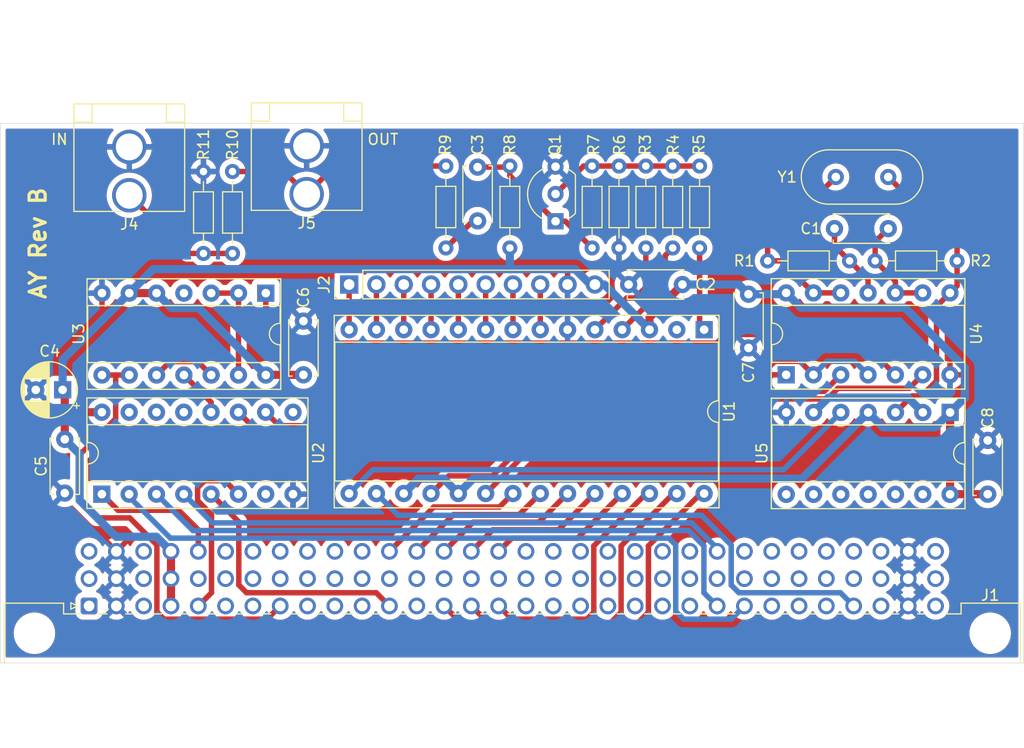
<source format=kicad_pcb>
(kicad_pcb (version 20211014) (generator pcbnew)
  (layers (0 "F.Cu" signal) (31 "B.Cu" signal) (34 "B.Paste" user) (35 "F.Paste" user) (36 "B.SilkS" user "B.Silkscreen") (37 "F.SilkS" user "F.Silkscreen") (38 "B.Mask" user) (39 "F.Mask" user) (44 "Edge.Cuts" user))
  (net 0 "")
  (net 1 "Net-(C1-Pad2)")
  (net 2 "Net-(C1-Pad1)")
  (net 3 "GND")
  (net 4 "VCC")
  (net 5 "Net-(C3-Pad2)")
  (net 6 "Net-(C3-Pad1)")
  (net 7 "Net-(J2-Pad8)")
  (net 8 "Net-(J2-Pad7)")
  (net 9 "Net-(J2-Pad6)")
  (net 10 "Net-(J2-Pad5)")
  (net 11 "Net-(J2-Pad4)")
  (net 12 "Net-(J2-Pad3)")
  (net 13 "Net-(J2-Pad2)")
  (net 14 "Net-(J2-Pad1)")
  (net 15 "Net-(Q1-Pad2)")
  (net 16 "Net-(R1-Pad2)")
  (net 17 "Net-(R2-Pad1)")
  (net 18 "Net-(R3-Pad2)")
  (net 19 "Net-(R4-Pad2)")
  (net 20 "Net-(R5-Pad2)")
  (net 21 "/D0")
  (net 22 "/D1")
  (net 23 "/D2")
  (net 24 "/D3")
  (net 25 "/D4")
  (net 26 "/D5")
  (net 27 "/D6")
  (net 28 "/D7")
  (net 29 "Net-(U1-Pad20)")
  (net 30 "Net-(U1-Pad18)")
  (net 31 "/NRST")
  (net 33 "Net-(U1-Pad15)")
  (net 37 "/BA15")
  (net 39 "/BA1")
  (net 40 "Net-(U2-Pad12)")
  (net 41 "/BNIORQ")
  (net 42 "Net-(U2-Pad11)")
  (net 43 "Net-(U2-Pad10)")
  (net 45 "/BA14")
  (net 46 "Net-(U3-Pad13)")
  (net 47 "Net-(U3-Pad10)")
  (net 49 "/BA5")
  (net 50 "Net-(U3-Pad1)")
  (net 52 "Net-(U5-Pad2)")
  (net 90 "/BNWR")
  (net 91 "/BNRD")
  (net 131 "Net-(R10-Pad1)")
  (net 132 "Net-(J5-Pad1)")
  (footprint "Capacitor_THT:C_Disc_D5.0mm_W2.5mm_P5.00mm" (layer "F.Cu") (at 142.6 103.4 180)
    (fp_text reference "C1")
    (fp_text value "0.1uF")
  )
  (footprint "Capacitor_THT:C_Disc_D5.0mm_W2.5mm_P5.00mm" (layer "F.Cu") (at 123.45 108.6 180)
    (fp_text reference "C2")
    (fp_text value "22nF")
  )
  (footprint "Capacitor_THT:C_Disc_D5.0mm_W2.5mm_P5.00mm" (layer "F.Cu") (at 104.4 102.68 90)
    (fp_text reference "C3")
    (fp_text value "0.1uF")
  )
  (footprint "Capacitor_THT:CP_Radial_D5.0mm_P2.50mm" (layer "F.Cu") (at 65.8 118.4 180)
    (fp_text reference "C4")
    (fp_text value "10uF")
  )
  (footprint "Capacitor_THT:C_Disc_D5.0mm_W2.5mm_P5.00mm" (layer "F.Cu") (at 66 123 -90)
    (fp_text reference "C5")
    (fp_text value "0.1uF")
  )
  (footprint "Capacitor_THT:C_Disc_D5.0mm_W2.5mm_P5.00mm" (layer "F.Cu") (at 88.2 117 90)
    (fp_text reference "C6")
    (fp_text value "0.1uF")
  )
  (footprint "Capacitor_THT:C_Disc_D5.0mm_W2.5mm_P5.00mm" (layer "F.Cu") (at 129.6 109.5 -90)
    (fp_text reference "C7")
    (fp_text value "0.1uF")
  )
  (footprint "DIN41612_C_3x32_Horizontal_THT:DIN41612_C_3x32_Female_Horizontal_THT" (layer "F.Cu") (at 147 138.5 180)
    (fp_text reference "J1")
    (fp_text value "C96ABC")
  )
  (footprint "Connector_PinHeader_2.54mm:PinHeader_1x10_P2.54mm_Vertical" (layer "F.Cu") (at 92.45 108.6 90)
    (fp_text reference "J2")
    (fp_text value "Conn_01x10")
  )
  (footprint "RCJ-04:RCJ-04" (layer "F.Cu") (at 72 95.8 90)
    (fp_text reference "J4")
    (fp_text value "Conn_Coaxial")
  )
  (footprint "RCJ-04:RCJ-04" (layer "F.Cu") (at 88.5 95.7 90)
    (fp_text reference "J5")
    (fp_text value "Conn_Coaxial")
  )
  (footprint "Package_TO_SOT_THT:TO-92_Inline_Wide" (layer "F.Cu") (at 111.65 102.72 90)
    (fp_text reference "Q1")
    (fp_text value "BC239")
  )
  (footprint "Resistor_THT:R_Axial_DIN0204_L3.6mm_D1.6mm_P7.62mm_Horizontal" (layer "F.Cu") (at 139 106.4 180)
    (fp_text reference "R1")
    (fp_text value "470")
  )
  (footprint "Resistor_THT:R_Axial_DIN0204_L3.6mm_D1.6mm_P7.62mm_Horizontal" (layer "F.Cu") (at 149 106.4 180)
    (fp_text reference "R2")
    (fp_text value "470")
  )
  (footprint "Resistor_THT:R_Axial_DIN0204_L3.6mm_D1.6mm_P7.62mm_Horizontal" (layer "F.Cu") (at 120.05 97.58 -90)
    (fp_text reference "R3")
    (fp_text value "1.8k")
  )
  (footprint "Resistor_THT:R_Axial_DIN0204_L3.6mm_D1.6mm_P7.62mm_Horizontal" (layer "F.Cu") (at 122.55 97.58 -90)
    (fp_text reference "R4")
    (fp_text value "1.8k")
  )
  (footprint "Resistor_THT:R_Axial_DIN0204_L3.6mm_D1.6mm_P7.62mm_Horizontal" (layer "F.Cu") (at 125.05 97.58 -90)
    (fp_text reference "R5")
    (fp_text value "1.8k")
  )
  (footprint "Resistor_THT:R_Axial_DIN0204_L3.6mm_D1.6mm_P7.62mm_Horizontal" (layer "F.Cu") (at 117.55 97.58 -90)
    (fp_text reference "R6")
    (fp_text value "180")
  )
  (footprint "Resistor_THT:R_Axial_DIN0204_L3.6mm_D1.6mm_P7.62mm_Horizontal" (layer "F.Cu") (at 115.05 105.2 90)
    (fp_text reference "R7")
    (fp_text value "560")
  )
  (footprint "Resistor_THT:R_Axial_DIN0204_L3.6mm_D1.6mm_P7.62mm_Horizontal" (layer "F.Cu") (at 107.4 105.2 90)
    (fp_text reference "R8")
    (fp_text value "330")
  )
  (footprint "Resistor_THT:R_Axial_DIN0204_L3.6mm_D1.6mm_P7.62mm_Horizontal" (layer "F.Cu") (at 101.45 97.58 -90)
    (fp_text reference "R9")
    (fp_text value "10k")
  )
  (footprint "Package_DIP:DIP-16_W7.62mm_Socket" (layer "F.Cu") (at 69.45 128.1 90)
    (fp_text reference "U2")
    (fp_text value "74LS138")
  )
  (footprint "Package_DIP:DIP-14_W7.62mm_Socket" (layer "F.Cu") (at 84.7 109.4 -90)
    (fp_text reference "U3")
    (fp_text value "74LS02")
  )
  (footprint "Package_DIP:DIP-14_W7.62mm_Socket" (layer "F.Cu") (at 133.1 117 90)
    (fp_text reference "U4")
    (fp_text value "74LS00")
  )
  (footprint "Package_DIP:DIP-14_W7.62mm_Socket" (layer "F.Cu") (at 148.35 120.5 -90)
    (fp_text reference "U5")
    (fp_text value "74LS74")
  )
  (footprint "Package_DIP:DIP-28_W15.24mm_Socket" (layer "F.Cu") (at 125.47 112.8 -90)
    (fp_text reference "U1")
    (fp_text value "AY-3-8192")
  )
  (footprint "Capacitor_THT:C_Disc_D5.0mm_W2.5mm_P5.00mm" (layer "F.Cu") (at 151.85 128.1 90)
    (fp_text reference "C8")
    (fp_text value "0.1uF")
  )
  (footprint "Crystal:Crystal_HC49-U_Vertical" (layer "F.Cu") (at 137.72 98.6)
    (fp_text reference "Y1")
    (fp_text value "3.57954MHz")
  )
  (footprint "Resistor_THT:R_Axial_DIN0204_L3.6mm_D1.6mm_P7.62mm_Horizontal" (layer "F.Cu") (at 81.6 105.71 90)
    (fp_text reference "R10")
    (fp_text value "10k")
  )
  (footprint "Resistor_THT:R_Axial_DIN0204_L3.6mm_D1.6mm_P7.62mm_Horizontal" (layer "F.Cu") (at 78.9 105.71 90)
    (fp_text reference "R11")
    (fp_text value "1K")
  )
  (gr_line (start 155.2 93.6) (end 60 93.6) (layer "Edge.Cuts") (width 0.05))
  (gr_line (start 60 143.8) (end 155.2 143.8) (layer "Edge.Cuts") (width 0.05))
  (gr_line (start 155.2 143.8) (end 155.2 93.6) (layer "Edge.Cuts") (width 0.05))
  (gr_line (start 60 93.6) (end 60 143.8) (layer "Edge.Cuts") (width 0.05))
  (gr_text "IN" (at 65.5 95.1) (layer "F.SilkS") (effects (font (size 1 1))))
  (gr_text "AY Rev B" (at 63.5 110.1 90) (layer "F.SilkS") (effects (font (size 1.5 1.5) (thickness 0.3)) (justify left)))
  (gr_text "OUT" (at 95.6 95.1) (layer "F.SilkS") (effects (font (size 1 1))))
  (segment (start 137.6 103.4) (end 137.6 105) (width 0.508) (layer "F.Cu") (net 1))
  (segment (start 140.72 109.38) (end 140.72 108.12) (width 0.508) (layer "F.Cu") (net 1))
  (segment (start 140.72 108.12) (end 139 106.4) (width 0.508) (layer "F.Cu") (net 1))
  (segment (start 137.6 105) (end 139 106.4) (width 0.508) (layer "F.Cu") (net 1))
  (segment (start 143.26 109.38) (end 143.26 108.28) (width 0.508) (layer "F.Cu") (net 2))
  (segment (start 141.38 106.4) (end 141.38 104.62) (width 0.508) (layer "F.Cu") (net 2))
  (segment (start 141.38 104.62) (end 142.6 103.4) (width 0.508) (layer "F.Cu") (net 2))
  (segment (start 145.8 109.38) (end 143.26 109.38) (width 0.508) (layer "F.Cu") (net 2))
  (segment (start 143.26 108.28) (end 141.38 106.4) (width 0.508) (layer "F.Cu") (net 2))
  (segment (start 72 109.4) (end 74.54 109.4) (width 0.762) (layer "F.Cu") (net 4))
  (segment (start 151.85 128.1) (end 148.37 128.1) (width 0.762) (layer "F.Cu") (net 4))
  (segment (start 66 120.5) (end 66 118.6) (width 0.762) (layer "F.Cu") (net 4))
  (segment (start 148.35 128.12) (end 148.35 120.5) (width 0.762) (layer "F.Cu") (net 4))
  (segment (start 66 123) (end 66 120.5) (width 0.762) (layer "F.Cu") (net 4))
  (segment (start 75.88 138.5) (end 75.88 133.42) (width 0.762) (layer "F.Cu") (net 4))
  (segment (start 120.39 112.8) (end 120.39 111.66) (width 0.762) (layer "F.Cu") (net 4))
  (segment (start 88.2 117) (end 84.72 117) (width 0.762) (layer "F.Cu") (net 4))
  (segment (start 66 118.6) (end 65.8 118.4) (width 0.762) (layer "F.Cu") (net 4))
  (segment (start 84.72 117) (end 84.7 117.02) (width 0.762) (layer "F.Cu") (net 4))
  (segment (start 148.37 128.1) (end 148.35 128.12) (width 0.762) (layer "F.Cu") (net 4))
  (segment (start 120.39 111.66) (end 123.45 108.6) (width 0.762) (layer "F.Cu") (net 4))
  (segment (start 66.02 120.48) (end 66 120.5) (width 0.762) (layer "F.Cu") (net 4))
  (segment (start 69.45 120.48) (end 66.02 120.48) (width 0.762) (layer "F.Cu") (net 4))
  (segment (start 102.61 128.04) (end 101.228999 126.658999) (width 0.762) (layer "B.Cu") (net 4))
  (segment (start 113.456881 107.168999) (end 107.431001 107.168999) (width 0.762) (layer "B.Cu") (net 4))
  (segment (start 74.54 109.4) (end 75.921001 110.781001) (width 0.762) (layer "B.Cu") (net 4))
  (segment (start 132.98 109.5) (end 133.1 109.38) (width 0.762) (layer "B.Cu") (net 4))
  (segment (start 75.921001 110.781001) (end 78.461001 110.781001) (width 0.762) (layer "B.Cu") (net 4))
  (segment (start 134.481001 110.761001) (end 144.144883 110.761001) (width 0.762) (layer "B.Cu") (net 4))
  (segment (start 74.523999 132.063999) (end 70.782119 132.063999) (width 0.762) (layer "B.Cu") (net 4))
  (segment (start 149.721001 116.337119) (end 149.721001 119.128999) (width 0.762) (layer "B.Cu") (net 4))
  (segment (start 146.968999 121.881001) (end 142.111001 121.881001) (width 0.762) (layer "B.Cu") (net 4))
  (segment (start 140.73 120.5) (end 134.571001 126.658999) (width 0.762) (layer "B.Cu") (net 4))
  (segment (start 123.45 108.6) (end 128.7 108.6) (width 0.762) (layer "B.Cu") (net 4))
  (segment (start 98.911001 126.658999) (end 97.53 128.04) (width 0.762) (layer "B.Cu") (net 4))
  (segment (start 134.571001 126.658999) (end 103.991001 126.658999) (width 0.762) (layer "B.Cu") (net 4))
  (segment (start 65.8 118.4) (end 65.8 115.6) (width 0.762) (layer "B.Cu") (net 4))
  (segment (start 78.461001 110.781001) (end 84.7 117.02) (width 0.762) (layer "B.Cu") (net 4))
  (segment (start 101.228999 126.658999) (end 98.911001 126.658999) (width 0.762) (layer "B.Cu") (net 4))
  (segment (start 65.8 115.6) (end 72 109.4) (width 0.762) (layer "B.Cu") (net 4))
  (segment (start 133.1 109.38) (end 134.481001 110.761001) (width 0.762) (layer "B.Cu") (net 4))
  (segment (start 67.381001 124.381001) (end 66 123) (width 0.762) (layer "B.Cu") (net 4))
  (segment (start 74.231001 107.168999) (end 72 109.4) (width 0.762) (layer "B.Cu") (net 4))
  (segment (start 142.111001 121.881001) (end 140.73 120.5) (width 0.762) (layer "B.Cu") (net 4))
  (segment (start 129.6 109.5) (end 132.98 109.5) (width 0.762) (layer "B.Cu") (net 4))
  (segment (start 75.88 133.42) (end 74.523999 132.063999) (width 0.762) (layer "B.Cu") (net 4))
  (segment (start 70.782119 132.063999) (end 67.381001 128.662881) (width 0.762) (layer "B.Cu") (net 4))
  (segment (start 67.381001 128.662881) (end 67.381001 124.381001) (width 0.762) (layer "B.Cu") (net 4))
  (segment (start 115.31 108.6) (end 116.19 108.6) (width 0.762) (layer "B.Cu") (net 4))
  (segment (start 107.4 107.137998) (end 107.431001 107.168999) (width 0.762) (layer "B.Cu") (net 4))
  (segment (start 107.4 105.2) (end 107.4 107.137998) (width 0.762) (layer "B.Cu") (net 4))
  (segment (start 114.887882 108.6) (end 113.456881 107.168999) (width 0.762) (layer "B.Cu") (net 4))
  (segment (start 149.721001 119.128999) (end 148.35 120.5) (width 0.762) (layer "B.Cu") (net 4))
  (segment (start 107.431001 107.168999) (end 74.231001 107.168999) (width 0.762) (layer "B.Cu") (net 4))
  (segment (start 115.31 108.6) (end 114.887882 108.6) (width 0.762) (layer "B.Cu") (net 4))
  (segment (start 116.19 108.6) (end 120.39 112.8) (width 0.762) (layer "B.Cu") (net 4))
  (segment (start 103.991001 126.658999) (end 102.61 128.04) (width 0.762) (layer "B.Cu") (net 4))
  (segment (start 144.144883 110.761001) (end 149.721001 116.337119) (width 0.762) (layer "B.Cu") (net 4))
  (segment (start 148.35 120.5) (end 146.968999 121.881001) (width 0.762) (layer "B.Cu") (net 4))
  (segment (start 128.7 108.6) (end 129.6 109.5) (width 0.762) (layer "B.Cu") (net 4))
  (segment (start 104.4 97.68) (end 107.3 97.68) (width 0.508) (layer "F.Cu") (net 5))
  (segment (start 107.4 98.47) (end 107.4 97.58) (width 0.508) (layer "F.Cu") (net 5))
  (segment (start 112.57 102.72) (end 115.05 105.2) (width 0.508) (layer "F.Cu") (net 5))
  (segment (start 111.65 102.72) (end 112.57 102.72) (width 0.508) (layer "F.Cu") (net 5))
  (segment (start 107.3 97.68) (end 107.4 97.58) (width 0.508) (layer "F.Cu") (net 5))
  (segment (start 111.65 102.72) (end 107.4 98.47) (width 0.508) (layer "F.Cu") (net 5))
  (segment (start 103.97 102.68) (end 101.45 105.2) (width 0.508) (layer "F.Cu") (net 6))
  (segment (start 104.4 102.68) (end 103.97 102.68) (width 0.508) (layer "F.Cu") (net 6))
  (segment (start 110.23 112.8) (end 110.23 108.6) (width 0.508) (layer "F.Cu") (net 7))
  (segment (start 107.69 112.8) (end 107.69 108.6) (width 0.508) (layer "F.Cu") (net 8))
  (segment (start 105.15 112.8) (end 105.15 108.6) (width 0.508) (layer "F.Cu") (net 9))
  (segment (start 102.61 112.8) (end 102.61 108.6) (width 0.508) (layer "F.Cu") (net 10))
  (segment (start 100.07 108.6) (end 100.07 112.8) (width 0.508) (layer "F.Cu") (net 11))
  (segment (start 97.53 112.8) (end 97.53 108.6) (width 0.508) (layer "F.Cu") (net 12))
  (segment (start 94.99 108.6) (end 94.99 112.8) (width 0.508) (layer "F.Cu") (net 13))
  (segment (start 92.45 112.8) (end 92.45 108.6) (width 0.508) (layer "F.Cu") (net 14))
  (segment (start 125.05 97.58) (end 115.05 97.58) (width 0.508) (layer "F.Cu") (net 15))
  (segment (start 115.05 97.58) (end 114.25 97.58) (width 0.508) (layer "F.Cu") (net 15))
  (segment (start 114.25 97.58) (end 111.65 100.18) (width 0.508) (layer "F.Cu") (net 15))
  (segment (start 138.18 109.38) (end 135.64 109.38) (width 0.508) (layer "F.Cu") (net 16))
  (segment (start 132.66 106.4) (end 131.38 106.4) (width 0.508) (layer "F.Cu") (net 16))
  (segment (start 131.38 106.4) (end 131.38 104.94) (width 0.508) (layer "F.Cu") (net 16))
  (segment (start 131.38 104.94) (end 137.72 98.6) (width 0.508) (layer "F.Cu") (net 16))
  (segment (start 135.64 109.38) (end 132.66 106.4) (width 0.508) (layer "F.Cu") (net 16))
  (segment (start 149 108.72) (end 148.34 109.38) (width 0.508) (layer "F.Cu") (net 17))
  (segment (start 149 106.4) (end 149 105) (width 0.508) (layer "F.Cu") (net 17))
  (segment (start 147.085999 110.634001) (end 147.085999 117.569923) (width 0.508) (layer "F.Cu") (net 17))
  (segment (start 145.693911 118.962011) (end 147.085999 117.569923) (width 0.508) (layer "F.Cu") (net 17))
  (segment (start 144.807989 118.962011) (end 145.693911 118.962011) (width 0.508) (layer "F.Cu") (net 17))
  (segment (start 149 105) (end 142.6 98.6) (width 0.508) (layer "F.Cu") (net 17))
  (segment (start 143.27 120.5) (end 144.807989 118.962011) (width 0.508) (layer "F.Cu") (net 17))
  (segment (start 148.34 109.38) (end 147.085999 110.634001) (width 0.508) (layer "F.Cu") (net 17))
  (segment (start 149 106.4) (end 149 108.72) (width 0.508) (layer "F.Cu") (net 17))
  (segment (start 119.051921 109.854001) (end 118.255999 109.854001) (width 0.508) (layer "F.Cu") (net 18))
  (segment (start 120.05 108.855922) (end 119.051921 109.854001) (width 0.508) (layer "F.Cu") (net 18))
  (segment (start 120.05 105.2) (end 120.05 108.855922) (width 0.508) (layer "F.Cu") (net 18))
  (segment (start 118.255999 109.854001) (end 115.31 112.8) (width 0.508) (layer "F.Cu") (net 18))
  (segment (start 121.850001 108.799999) (end 121.850001 105.899999) (width 0.508) (layer "F.Cu") (net 19))
  (segment (start 121.850001 105.899999) (end 122.55 105.2) (width 0.508) (layer "F.Cu") (net 19))
  (segment (start 117.85 112.8) (end 121.850001 108.799999) (width 0.508) (layer "F.Cu") (net 19))
  (segment (start 125.05 105.2) (end 125.05 112.38) (width 0.508) (layer "F.Cu") (net 20))
  (segment (start 125.05 112.38) (end 125.47 112.8) (width 0.508) (layer "F.Cu") (net 20))
  (segment (start 120.289001 139.089921) (end 118.233901 141.145021) (width 0.508) (layer "F.Cu") (net 21))
  (segment (start 118.233901 141.145021) (end 103.925021 141.145021) (width 0.508) (layer "F.Cu") (net 21))
  (segment (start 103.925021 141.145021) (end 101.28 138.5) (width 0.508) (layer "F.Cu") (net 21))
  (segment (start 120.289001 132.912077) (end 120.289001 139.089921) (width 0.508) (layer "F.Cu") (net 21))
  (segment (start 125.161078 128.04) (end 120.289001 132.912077) (width 0.508) (layer "F.Cu") (net 21))
  (segment (start 125.47 128.04) (end 125.161078 128.04) (width 0.508) (layer "F.Cu") (net 21))
  (segment (start 116.401911 140.437011) (end 105.757011 140.437011) (width 0.508) (layer "F.Cu") (net 22))
  (segment (start 122.621078 128.04) (end 117.749001 132.912077) (width 0.508) (layer "F.Cu") (net 22))
  (segment (start 122.93 128.04) (end 122.621078 128.04) (width 0.508) (layer "F.Cu") (net 22))
  (segment (start 117.749001 132.912077) (end 117.749001 139.089921) (width 0.508) (layer "F.Cu") (net 22))
  (segment (start 117.749001 139.089921) (end 116.401911 140.437011) (width 0.508) (layer "F.Cu") (net 22))
  (segment (start 105.757011 140.437011) (end 103.82 138.5) (width 0.508) (layer "F.Cu") (net 22))
  (segment (start 120.39 128.04) (end 120.081078 128.04) (width 0.508) (layer "F.Cu") (net 23))
  (segment (start 115.209001 139.089921) (end 114.569921 139.729001) (width 0.508) (layer "F.Cu") (net 23))
  (segment (start 107.589001 139.729001) (end 106.36 138.5) (width 0.508) (layer "F.Cu") (net 23))
  (segment (start 114.569921 139.729001) (end 107.589001 139.729001) (width 0.508) (layer "F.Cu") (net 23))
  (segment (start 115.209001 132.912077) (end 115.209001 139.089921) (width 0.508) (layer "F.Cu") (net 23))
  (segment (start 120.081078 128.04) (end 115.209001 132.912077) (width 0.508) (layer "F.Cu") (net 23))
  (segment (start 107.589001 132.190999) (end 113.699001 132.190999) (width 0.508) (layer "F.Cu") (net 24))
  (segment (start 113.699001 132.190999) (end 117.85 128.04) (width 0.508) (layer "F.Cu") (net 24))
  (segment (start 106.36 133.42) (end 107.589001 132.190999) (width 0.508) (layer "F.Cu") (net 24))
  (segment (start 103.82 133.42) (end 105.821969 131.418031) (width 0.508) (layer "F.Cu") (net 25))
  (segment (start 105.821969 131.418031) (end 111.931969 131.418031) (width 0.508) (layer "F.Cu") (net 25))
  (segment (start 111.931969 131.418031) (end 115.31 128.04) (width 0.508) (layer "F.Cu") (net 25))
  (segment (start 112.77 128.04) (end 110.099979 130.710021) (width 0.508) (layer "F.Cu") (net 26))
  (segment (start 110.099979 130.710021) (end 103.989979 130.710021) (width 0.508) (layer "F.Cu") (net 26))
  (segment (start 103.989979 130.710021) (end 101.28 133.42) (width 0.508) (layer "F.Cu") (net 26))
  (segment (start 102.157989 130.002011) (end 98.74 133.42) (width 0.508) (layer "F.Cu") (net 27))
  (segment (start 108.267989 130.002011) (end 102.157989 130.002011) (width 0.508) (layer "F.Cu") (net 27))
  (segment (start 110.23 128.04) (end 108.267989 130.002011) (width 0.508) (layer "F.Cu") (net 27))
  (segment (start 100.325999 129.294001) (end 96.2 133.42) (width 0.508) (layer "F.Cu") (net 28))
  (segment (start 107.69 128.04) (end 106.435999 129.294001) (width 0.508) (layer "F.Cu") (net 28))
  (segment (start 106.435999 129.294001) (end 100.325999 129.294001) (width 0.508) (layer "F.Cu") (net 28))
  (segment (start 137.927275 118.254001) (end 136.935277 119.245999) (width 0.508) (layer "F.Cu") (net 29))
  (segment (start 145.8 117) (end 144.545999 118.254001) (width 0.508) (layer "F.Cu") (net 29))
  (segment (start 136.935277 119.245999) (end 113.944001 119.245999) (width 0.508) (layer "F.Cu") (net 29))
  (segment (start 144.545999 118.254001) (end 137.927275 118.254001) (width 0.508) (layer "F.Cu") (net 29))
  (segment (start 113.944001 119.245999) (end 105.15 128.04) (width 0.508) (layer "F.Cu") (net 29))
  (segment (start 105.788724 126.4) (end 101.71 126.4) (width 0.508) (layer "F.Cu") (net 30))
  (segment (start 113.650734 118.537989) (end 113.235991 118.952733) (width 0.508) (layer "F.Cu") (net 30))
  (segment (start 138.18 117) (end 136.642011 118.537989) (width 0.508) (layer "F.Cu") (net 30))
  (segment (start 101.71 126.4) (end 100.07 128.04) (width 0.508) (layer "F.Cu") (net 30))
  (segment (start 136.642011 118.537989) (end 113.650734 118.537989) (width 0.508) (layer "F.Cu") (net 30))
  (segment (start 113.235991 118.952733) (end 105.788724 126.4) (width 0.508) (layer "F.Cu") (net 30))
  (segment (start 125.227889 130.066969) (end 127.990999 132.830079) (width 0.508) (layer "B.Cu") (net 31))
  (segment (start 127.990999 132.830079) (end 127.990999 136.549921) (width 0.508) (layer "B.Cu") (net 31))
  (segment (start 97.016969 130.066969) (end 125.227889 130.066969) (width 0.508) (layer "B.Cu") (net 31))
  (segment (start 94.99 128.04) (end 97.016969 130.066969) (width 0.508) (layer "B.Cu") (net 31))
  (segment (start 128.712077 137.270999) (end 138.150999 137.270999) (width 0.508) (layer "B.Cu") (net 31))
  (segment (start 127.990999 136.549921) (end 128.712077 137.270999) (width 0.508) (layer "B.Cu") (net 31))
  (segment (start 138.150999 137.270999) (end 139.38 138.5) (width 0.508) (layer "B.Cu") (net 31))
  (segment (start 132.866011 125.823989) (end 138.19 120.5) (width 0.508) (layer "B.Cu") (net 33))
  (segment (start 94.666011 125.823989) (end 132.866011 125.823989) (width 0.508) (layer "B.Cu") (net 33))
  (segment (start 92.45 128.04) (end 94.666011 125.823989) (width 0.508) (layer "B.Cu") (net 33))
  (segment (start 80.895999 126.845999) (end 82.15 128.1) (width 0.508) (layer "F.Cu") (net 37))
  (segment (start 78.355999 127.498079) (end 79.008079 126.845999) (width 0.508) (layer "F.Cu") (net 37))
  (segment (start 78.355999 128.701921) (end 78.355999 127.498079) (width 0.508) (layer "F.Cu") (net 37))
  (segment (start 79.649001 137.270999) (end 79.649001 129.994923) (width 0.508) (layer "F.Cu") (net 37))
  (segment (start 79.649001 129.994923) (end 78.355999 128.701921) (width 0.508) (layer "F.Cu") (net 37))
  (segment (start 78.42 138.5) (end 79.649001 137.270999) (width 0.508) (layer "F.Cu") (net 37))
  (segment (start 79.008079 126.845999) (end 80.895999 126.845999) (width 0.508) (layer "F.Cu") (net 37))
  (segment (start 94.970999 137.270999) (end 82.910079 137.270999) (width 0.508) (layer "F.Cu") (net 39))
  (segment (start 82.189001 136.549921) (end 82.189001 130.679001) (width 0.508) (layer "F.Cu") (net 39))
  (segment (start 96.2 138.5) (end 94.970999 137.270999) (width 0.508) (layer "F.Cu") (net 39))
  (segment (start 82.189001 130.679001) (end 79.61 128.1) (width 0.508) (layer "F.Cu") (net 39))
  (segment (start 82.910079 137.270999) (end 82.189001 136.549921) (width 0.508) (layer "F.Cu") (net 39))
  (segment (start 79.61 119.55) (end 79.61 120.48) (width 0.508) (layer "F.Cu") (net 40))
  (segment (start 77.08 117.02) (end 79.61 119.55) (width 0.508) (layer "F.Cu") (net 40))
  (segment (start 124.315178 130.774979) (end 79.744979 130.774979) (width 0.508) (layer "B.Cu") (net 41))
  (segment (start 79.744979 130.774979) (end 77.07 128.1) (width 0.508) (layer "B.Cu") (net 41))
  (segment (start 126.68 133.42) (end 126.68 133.139801) (width 0.508) (layer "B.Cu") (net 41))
  (segment (start 126.68 133.139801) (end 124.315178 130.774979) (width 0.508) (layer "B.Cu") (net 41))
  (segment (start 82.15 120.48) (end 84.112011 122.442011) (width 0.508) (layer "F.Cu") (net 42))
  (segment (start 113.357468 117.82998) (end 130.970021 117.829979) (width 0.508) (layer "F.Cu") (net 42))
  (segment (start 131.8 117) (end 133.1 117) (width 0.508) (layer "F.Cu") (net 42))
  (segment (start 130.970021 117.829979) (end 131.8 117) (width 0.508) (layer "F.Cu") (net 42))
  (segment (start 108.745438 122.442011) (end 113.357468 117.82998) (width 0.508) (layer "F.Cu") (net 42))
  (segment (start 84.112011 122.442011) (end 108.745438 122.442011) (width 0.508) (layer "F.Cu") (net 42))
  (segment (start 85.944001 121.734001) (end 108.452171 121.734001) (width 0.508) (layer "F.Cu") (net 43))
  (segment (start 130.676753 117.121971) (end 132.052725 115.745999) (width 0.508) (layer "F.Cu") (net 43))
  (segment (start 113.064201 117.121971) (end 130.676753 117.121971) (width 0.508) (layer "F.Cu") (net 43))
  (segment (start 84.69 120.48) (end 85.944001 121.734001) (width 0.508) (layer "F.Cu") (net 43))
  (segment (start 108.452171 121.734001) (end 113.064201 117.121971) (width 0.508) (layer "F.Cu") (net 43))
  (segment (start 134.385999 115.745999) (end 135.64 117) (width 0.508) (layer "F.Cu") (net 43))
  (segment (start 132.052725 115.745999) (end 134.385999 115.745999) (width 0.508) (layer "F.Cu") (net 43))
  (segment (start 139.465999 115.745999) (end 136.894001 115.745999) (width 0.508) (layer "B.Cu") (net 43))
  (segment (start 136.894001 115.745999) (end 135.64 117) (width 0.508) (layer "B.Cu") (net 43))
  (segment (start 140.72 117) (end 139.465999 115.745999) (width 0.508) (layer "B.Cu") (net 43))
  (segment (start 78.42 133.42) (end 78.42 131.42) (width 0.508) (layer "F.Cu") (net 45))
  (segment (start 76.6 129.6) (end 70.95 129.6) (width 0.508) (layer "F.Cu") (net 45))
  (segment (start 70.95 129.6) (end 69.45 128.1) (width 0.508) (layer "F.Cu") (net 45))
  (segment (start 78.42 131.42) (end 76.6 129.6) (width 0.508) (layer "F.Cu") (net 45))
  (segment (start 82.16 109.4) (end 79.62 109.4) (width 0.508) (layer "F.Cu") (net 46))
  (segment (start 82.16 117.02) (end 82.16 109.4) (width 0.508) (layer "F.Cu") (net 46))
  (segment (start 79.62 117.02) (end 78.365999 115.765999) (width 0.508) (layer "F.Cu") (net 47))
  (segment (start 75.794001 115.765999) (end 74.54 117.02) (width 0.508) (layer "F.Cu") (net 47))
  (segment (start 78.365999 115.765999) (end 75.794001 115.765999) (width 0.508) (layer "F.Cu") (net 47))
  (segment (start 67.254001 128.601921) (end 67.254001 124.563919) (width 0.508) (layer "F.Cu") (net 49))
  (segment (start 86.04 138.5) (end 84.810999 139.729001) (width 0.508) (layer "F.Cu") (net 49))
  (segment (start 74.569001 139.069001) (end 74.569001 132.830079) (width 0.508) (layer "F.Cu") (net 49))
  (segment (start 72.046932 130.30801) (end 68.96009 130.30801) (width 0.508) (layer "F.Cu") (net 49))
  (segment (start 67.254001 124.563919) (end 70.735999 121.081921) (width 0.508) (layer "F.Cu") (net 49))
  (segment (start 75.229001 139.729001) (end 74.569001 139.069001) (width 0.508) (layer "F.Cu") (net 49))
  (segment (start 70.78 117.02) (end 72 117.02) (width 0.508) (layer "F.Cu") (net 49))
  (segment (start 69.46 117.02) (end 70.78 117.02) (width 0.508) (layer "F.Cu") (net 49))
  (segment (start 70.735999 121.081921) (end 70.735999 117.064001) (width 0.508) (layer "F.Cu") (net 49))
  (segment (start 74.569001 132.830079) (end 72.046932 130.30801) (width 0.508) (layer "F.Cu") (net 49))
  (segment (start 70.735999 117.064001) (end 70.78 117.02) (width 0.508) (layer "F.Cu") (net 49))
  (segment (start 68.96009 130.30801) (end 67.254001 128.601921) (width 0.508) (layer "F.Cu") (net 49))
  (segment (start 84.810999 139.729001) (end 75.229001 139.729001) (width 0.508) (layer "F.Cu") (net 49))
  (segment (start 127.441203 113.245999) (end 139.505999 113.245999) (width 0.508) (layer "F.Cu") (net 50))
  (segment (start 84.7 110.708) (end 88.046001 114.054001) (width 0.508) (layer "F.Cu") (net 50))
  (segment (start 88.046001 114.054001) (end 126.633201 114.054001) (width 0.508) (layer "F.Cu") (net 50))
  (segment (start 126.633201 114.054001) (end 127.441203 113.245999) (width 0.508) (layer "F.Cu") (net 50))
  (segment (start 84.7 109.4) (end 84.7 110.708) (width 0.508) (layer "F.Cu") (net 50))
  (segment (start 139.505999 113.245999) (end 143.26 117) (width 0.508) (layer "F.Cu") (net 50))
  (segment (start 135.65 120.5) (end 137.031001 119.118999) (width 0.762) (layer "B.Cu") (net 52))
  (segment (start 137.031001 119.118999) (end 144.428999 119.118999) (width 0.762) (layer "B.Cu") (net 52))
  (segment (start 144.428999 119.118999) (end 145.81 120.5) (width 0.762) (layer "B.Cu") (net 52))
  (segment (start 127.990999 139.729001) (end 129.22 138.5) (width 0.508) (layer "B.Cu") (net 90))
  (segment (start 122.189921 132.190999) (end 75.831881 132.190999) (width 0.508) (layer "B.Cu") (net 90))
  (segment (start 122.829001 132.830079) (end 122.829001 139.007923) (width 0.508) (layer "B.Cu") (net 90))
  (segment (start 122.829001 139.007923) (end 123.550079 139.729001) (width 0.508) (layer "B.Cu") (net 90))
  (segment (start 122.189921 132.190999) (end 122.829001 132.830079) (width 0.508) (layer "B.Cu") (net 90))
  (segment (start 75.831881 132.190999) (end 71.99 128.349118) (width 0.508) (layer "B.Cu") (net 90))
  (segment (start 123.550079 139.729001) (end 127.990999 139.729001) (width 0.508) (layer "B.Cu") (net 90))
  (segment (start 71.99 128.349118) (end 71.99 128.1) (width 0.508) (layer "B.Cu") (net 90))
  (segment (start 77.912989 131.482989) (end 74.53 128.1) (width 0.508) (layer "B.Cu") (net 91))
  (segment (start 125.450999 137.270999) (end 125.450999 132.912077) (width 0.508) (layer "B.Cu") (net 91))
  (segment (start 125.450999 132.912077) (end 124.021911 131.482989) (width 0.508) (layer "B.Cu") (net 91))
  (segment (start 126.68 138.5) (end 125.450999 137.270999) (width 0.508) (layer "B.Cu") (net 91))
  (segment (start 124.021911 131.482989) (end 77.912989 131.482989) (width 0.508) (layer "B.Cu") (net 91))
  (segment (start 81.6 105.71) (end 78.9 105.71) (width 0.508) (layer "F.Cu") (net 131))
  (segment (start 78.9 105.71) (end 77.41 105.71) (width 0.508) (layer "F.Cu") (net 131))
  (segment (start 77.41 105.71) (end 72 100.3) (width 0.508) (layer "F.Cu") (net 131))
  (segment (start 91.12 97.58) (end 88.5 100.2) (width 0.508) (layer "F.Cu") (net 132))
  (segment (start 81.6 98.09) (end 86.39 98.09) (width 0.508) (layer "F.Cu") (net 132))
  (segment (start 86.39 98.09) (end 88.5 100.2) (width 0.508) (layer "F.Cu") (net 132))
  (segment (start 101.45 97.58) (end 91.12 97.58) (width 0.508) (layer "F.Cu") (net 132))
  (zone (net 3) (net_name "GND") (layer "F.Cu") (connect_pads (clearance 0.508)) (min_thickness 0.254) (fill yes (thermal_gap 0.508) (thermal_bridge_width 0.508))
    (polygon (pts (xy 155.2 143.8) (xy 60 143.8) (xy 60 93.6) (xy 155.2 93.6)))
  )
  (zone (net 3) (net_name "GND") (layer "B.Cu") (connect_pads (clearance 0.508)) (min_thickness 0.254) (fill yes (thermal_gap 0.508) (thermal_bridge_width 0.508))
    (polygon (pts (xy 155.2 143.8) (xy 60 143.8) (xy 60 93.6) (xy 155.2 93.6)))
  )
)
</source>
